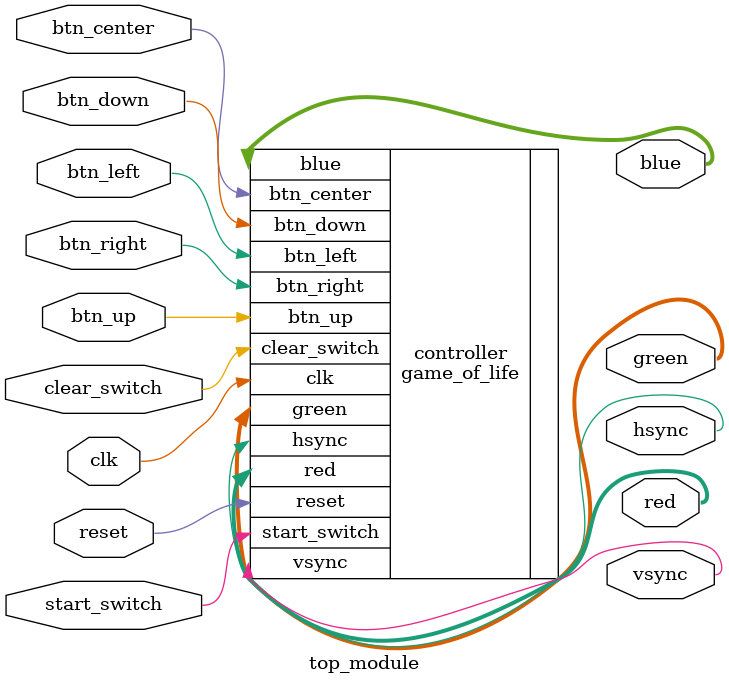
<source format=sv>
`timescale 1ns / 1ps

module top_module(
    input  logic clk,          // 100MHz clock
    input  logic reset,        // Active-high reset
    input  logic btn_up,       // Up button (T18)
    input  logic btn_down,     // Down button (U17)
    input  logic btn_left,     // Left button (W19)
    input  logic btn_right,    // Right button (T17)
    input  logic btn_center,   // Center button (U18)
    input  logic clear_switch, // Rightmost switch (V17)
    input  logic start_switch, // Left switch (V16)
    output logic hsync,        // Horizontal sync
    output logic vsync,        // Vertical sync
    output logic [3:0] red,    // 4-bit red
    output logic [3:0] green,  // 4-bit green
    output logic [3:0] blue    // 4-bit blue
);

    game_of_life controller(
        .clk(clk),
        .reset(reset),
        .btn_up(btn_up),
        .btn_down(btn_down),
        .btn_left(btn_left),
        .btn_right(btn_right),
        .btn_center(btn_center),
        .clear_switch(clear_switch),
        .start_switch(start_switch),
        .hsync(hsync),
        .vsync(vsync),
        .red(red),
        .green(green),
        .blue(blue)
    );

endmodule
</source>
